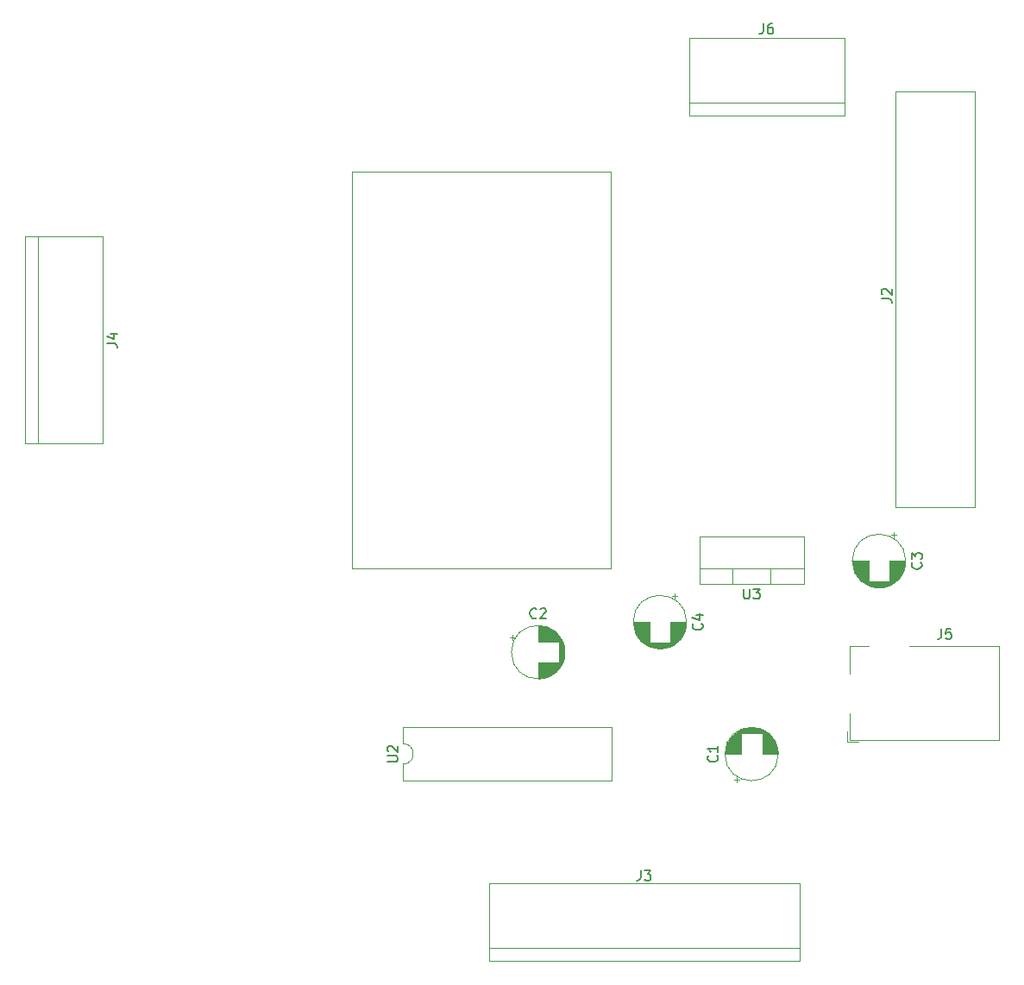
<source format=gbr>
%TF.GenerationSoftware,KiCad,Pcbnew,8.0.8*%
%TF.CreationDate,2025-03-03T11:51:37-05:00*%
%TF.ProjectId,PCB Andres Ortiz,50434220-416e-4647-9265-73204f727469,rev?*%
%TF.SameCoordinates,Original*%
%TF.FileFunction,Legend,Top*%
%TF.FilePolarity,Positive*%
%FSLAX46Y46*%
G04 Gerber Fmt 4.6, Leading zero omitted, Abs format (unit mm)*
G04 Created by KiCad (PCBNEW 8.0.8) date 2025-03-03 11:51:37*
%MOMM*%
%LPD*%
G01*
G04 APERTURE LIST*
%ADD10C,0.150000*%
%ADD11C,0.120000*%
G04 APERTURE END LIST*
D10*
X175136666Y-42804819D02*
X175136666Y-43519104D01*
X175136666Y-43519104D02*
X175089047Y-43661961D01*
X175089047Y-43661961D02*
X174993809Y-43757200D01*
X174993809Y-43757200D02*
X174850952Y-43804819D01*
X174850952Y-43804819D02*
X174755714Y-43804819D01*
X176041428Y-42804819D02*
X175850952Y-42804819D01*
X175850952Y-42804819D02*
X175755714Y-42852438D01*
X175755714Y-42852438D02*
X175708095Y-42900057D01*
X175708095Y-42900057D02*
X175612857Y-43042914D01*
X175612857Y-43042914D02*
X175565238Y-43233390D01*
X175565238Y-43233390D02*
X175565238Y-43614342D01*
X175565238Y-43614342D02*
X175612857Y-43709580D01*
X175612857Y-43709580D02*
X175660476Y-43757200D01*
X175660476Y-43757200D02*
X175755714Y-43804819D01*
X175755714Y-43804819D02*
X175946190Y-43804819D01*
X175946190Y-43804819D02*
X176041428Y-43757200D01*
X176041428Y-43757200D02*
X176089047Y-43709580D01*
X176089047Y-43709580D02*
X176136666Y-43614342D01*
X176136666Y-43614342D02*
X176136666Y-43376247D01*
X176136666Y-43376247D02*
X176089047Y-43281009D01*
X176089047Y-43281009D02*
X176041428Y-43233390D01*
X176041428Y-43233390D02*
X175946190Y-43185771D01*
X175946190Y-43185771D02*
X175755714Y-43185771D01*
X175755714Y-43185771D02*
X175660476Y-43233390D01*
X175660476Y-43233390D02*
X175612857Y-43281009D01*
X175612857Y-43281009D02*
X175565238Y-43376247D01*
X192616666Y-102204819D02*
X192616666Y-102919104D01*
X192616666Y-102919104D02*
X192569047Y-103061961D01*
X192569047Y-103061961D02*
X192473809Y-103157200D01*
X192473809Y-103157200D02*
X192330952Y-103204819D01*
X192330952Y-103204819D02*
X192235714Y-103204819D01*
X193569047Y-102204819D02*
X193092857Y-102204819D01*
X193092857Y-102204819D02*
X193045238Y-102681009D01*
X193045238Y-102681009D02*
X193092857Y-102633390D01*
X193092857Y-102633390D02*
X193188095Y-102585771D01*
X193188095Y-102585771D02*
X193426190Y-102585771D01*
X193426190Y-102585771D02*
X193521428Y-102633390D01*
X193521428Y-102633390D02*
X193569047Y-102681009D01*
X193569047Y-102681009D02*
X193616666Y-102776247D01*
X193616666Y-102776247D02*
X193616666Y-103014342D01*
X193616666Y-103014342D02*
X193569047Y-103109580D01*
X193569047Y-103109580D02*
X193521428Y-103157200D01*
X193521428Y-103157200D02*
X193426190Y-103204819D01*
X193426190Y-103204819D02*
X193188095Y-103204819D01*
X193188095Y-103204819D02*
X193092857Y-103157200D01*
X193092857Y-103157200D02*
X193045238Y-103109580D01*
X186754819Y-69813333D02*
X187469104Y-69813333D01*
X187469104Y-69813333D02*
X187611961Y-69860952D01*
X187611961Y-69860952D02*
X187707200Y-69956190D01*
X187707200Y-69956190D02*
X187754819Y-70099047D01*
X187754819Y-70099047D02*
X187754819Y-70194285D01*
X186850057Y-69384761D02*
X186802438Y-69337142D01*
X186802438Y-69337142D02*
X186754819Y-69241904D01*
X186754819Y-69241904D02*
X186754819Y-69003809D01*
X186754819Y-69003809D02*
X186802438Y-68908571D01*
X186802438Y-68908571D02*
X186850057Y-68860952D01*
X186850057Y-68860952D02*
X186945295Y-68813333D01*
X186945295Y-68813333D02*
X187040533Y-68813333D01*
X187040533Y-68813333D02*
X187183390Y-68860952D01*
X187183390Y-68860952D02*
X187754819Y-69432380D01*
X187754819Y-69432380D02*
X187754819Y-68813333D01*
X169109580Y-101711554D02*
X169157200Y-101759173D01*
X169157200Y-101759173D02*
X169204819Y-101902030D01*
X169204819Y-101902030D02*
X169204819Y-101997268D01*
X169204819Y-101997268D02*
X169157200Y-102140125D01*
X169157200Y-102140125D02*
X169061961Y-102235363D01*
X169061961Y-102235363D02*
X168966723Y-102282982D01*
X168966723Y-102282982D02*
X168776247Y-102330601D01*
X168776247Y-102330601D02*
X168633390Y-102330601D01*
X168633390Y-102330601D02*
X168442914Y-102282982D01*
X168442914Y-102282982D02*
X168347676Y-102235363D01*
X168347676Y-102235363D02*
X168252438Y-102140125D01*
X168252438Y-102140125D02*
X168204819Y-101997268D01*
X168204819Y-101997268D02*
X168204819Y-101902030D01*
X168204819Y-101902030D02*
X168252438Y-101759173D01*
X168252438Y-101759173D02*
X168300057Y-101711554D01*
X168538152Y-100854411D02*
X169204819Y-100854411D01*
X168157200Y-101092506D02*
X168871485Y-101330601D01*
X168871485Y-101330601D02*
X168871485Y-100711554D01*
X110754819Y-74193333D02*
X111469104Y-74193333D01*
X111469104Y-74193333D02*
X111611961Y-74240952D01*
X111611961Y-74240952D02*
X111707200Y-74336190D01*
X111707200Y-74336190D02*
X111754819Y-74479047D01*
X111754819Y-74479047D02*
X111754819Y-74574285D01*
X111088152Y-73288571D02*
X111754819Y-73288571D01*
X110707200Y-73526666D02*
X111421485Y-73764761D01*
X111421485Y-73764761D02*
X111421485Y-73145714D01*
X170609580Y-114666666D02*
X170657200Y-114714285D01*
X170657200Y-114714285D02*
X170704819Y-114857142D01*
X170704819Y-114857142D02*
X170704819Y-114952380D01*
X170704819Y-114952380D02*
X170657200Y-115095237D01*
X170657200Y-115095237D02*
X170561961Y-115190475D01*
X170561961Y-115190475D02*
X170466723Y-115238094D01*
X170466723Y-115238094D02*
X170276247Y-115285713D01*
X170276247Y-115285713D02*
X170133390Y-115285713D01*
X170133390Y-115285713D02*
X169942914Y-115238094D01*
X169942914Y-115238094D02*
X169847676Y-115190475D01*
X169847676Y-115190475D02*
X169752438Y-115095237D01*
X169752438Y-115095237D02*
X169704819Y-114952380D01*
X169704819Y-114952380D02*
X169704819Y-114857142D01*
X169704819Y-114857142D02*
X169752438Y-114714285D01*
X169752438Y-114714285D02*
X169800057Y-114666666D01*
X170704819Y-113714285D02*
X170704819Y-114285713D01*
X170704819Y-113999999D02*
X169704819Y-113999999D01*
X169704819Y-113999999D02*
X169847676Y-114095237D01*
X169847676Y-114095237D02*
X169942914Y-114190475D01*
X169942914Y-114190475D02*
X169990533Y-114285713D01*
X152878221Y-101109580D02*
X152830602Y-101157200D01*
X152830602Y-101157200D02*
X152687745Y-101204819D01*
X152687745Y-101204819D02*
X152592507Y-101204819D01*
X152592507Y-101204819D02*
X152449650Y-101157200D01*
X152449650Y-101157200D02*
X152354412Y-101061961D01*
X152354412Y-101061961D02*
X152306793Y-100966723D01*
X152306793Y-100966723D02*
X152259174Y-100776247D01*
X152259174Y-100776247D02*
X152259174Y-100633390D01*
X152259174Y-100633390D02*
X152306793Y-100442914D01*
X152306793Y-100442914D02*
X152354412Y-100347676D01*
X152354412Y-100347676D02*
X152449650Y-100252438D01*
X152449650Y-100252438D02*
X152592507Y-100204819D01*
X152592507Y-100204819D02*
X152687745Y-100204819D01*
X152687745Y-100204819D02*
X152830602Y-100252438D01*
X152830602Y-100252438D02*
X152878221Y-100300057D01*
X153259174Y-100300057D02*
X153306793Y-100252438D01*
X153306793Y-100252438D02*
X153402031Y-100204819D01*
X153402031Y-100204819D02*
X153640126Y-100204819D01*
X153640126Y-100204819D02*
X153735364Y-100252438D01*
X153735364Y-100252438D02*
X153782983Y-100300057D01*
X153782983Y-100300057D02*
X153830602Y-100395295D01*
X153830602Y-100395295D02*
X153830602Y-100490533D01*
X153830602Y-100490533D02*
X153782983Y-100633390D01*
X153782983Y-100633390D02*
X153211555Y-101204819D01*
X153211555Y-101204819D02*
X153830602Y-101204819D01*
X163116666Y-125904819D02*
X163116666Y-126619104D01*
X163116666Y-126619104D02*
X163069047Y-126761961D01*
X163069047Y-126761961D02*
X162973809Y-126857200D01*
X162973809Y-126857200D02*
X162830952Y-126904819D01*
X162830952Y-126904819D02*
X162735714Y-126904819D01*
X163497619Y-125904819D02*
X164116666Y-125904819D01*
X164116666Y-125904819D02*
X163783333Y-126285771D01*
X163783333Y-126285771D02*
X163926190Y-126285771D01*
X163926190Y-126285771D02*
X164021428Y-126333390D01*
X164021428Y-126333390D02*
X164069047Y-126381009D01*
X164069047Y-126381009D02*
X164116666Y-126476247D01*
X164116666Y-126476247D02*
X164116666Y-126714342D01*
X164116666Y-126714342D02*
X164069047Y-126809580D01*
X164069047Y-126809580D02*
X164021428Y-126857200D01*
X164021428Y-126857200D02*
X163926190Y-126904819D01*
X163926190Y-126904819D02*
X163640476Y-126904819D01*
X163640476Y-126904819D02*
X163545238Y-126857200D01*
X163545238Y-126857200D02*
X163497619Y-126809580D01*
X190609580Y-95711554D02*
X190657200Y-95759173D01*
X190657200Y-95759173D02*
X190704819Y-95902030D01*
X190704819Y-95902030D02*
X190704819Y-95997268D01*
X190704819Y-95997268D02*
X190657200Y-96140125D01*
X190657200Y-96140125D02*
X190561961Y-96235363D01*
X190561961Y-96235363D02*
X190466723Y-96282982D01*
X190466723Y-96282982D02*
X190276247Y-96330601D01*
X190276247Y-96330601D02*
X190133390Y-96330601D01*
X190133390Y-96330601D02*
X189942914Y-96282982D01*
X189942914Y-96282982D02*
X189847676Y-96235363D01*
X189847676Y-96235363D02*
X189752438Y-96140125D01*
X189752438Y-96140125D02*
X189704819Y-95997268D01*
X189704819Y-95997268D02*
X189704819Y-95902030D01*
X189704819Y-95902030D02*
X189752438Y-95759173D01*
X189752438Y-95759173D02*
X189800057Y-95711554D01*
X189704819Y-95378220D02*
X189704819Y-94759173D01*
X189704819Y-94759173D02*
X190085771Y-95092506D01*
X190085771Y-95092506D02*
X190085771Y-94949649D01*
X190085771Y-94949649D02*
X190133390Y-94854411D01*
X190133390Y-94854411D02*
X190181009Y-94806792D01*
X190181009Y-94806792D02*
X190276247Y-94759173D01*
X190276247Y-94759173D02*
X190514342Y-94759173D01*
X190514342Y-94759173D02*
X190609580Y-94806792D01*
X190609580Y-94806792D02*
X190657200Y-94854411D01*
X190657200Y-94854411D02*
X190704819Y-94949649D01*
X190704819Y-94949649D02*
X190704819Y-95235363D01*
X190704819Y-95235363D02*
X190657200Y-95330601D01*
X190657200Y-95330601D02*
X190609580Y-95378220D01*
X138249819Y-115251904D02*
X139059342Y-115251904D01*
X139059342Y-115251904D02*
X139154580Y-115204285D01*
X139154580Y-115204285D02*
X139202200Y-115156666D01*
X139202200Y-115156666D02*
X139249819Y-115061428D01*
X139249819Y-115061428D02*
X139249819Y-114870952D01*
X139249819Y-114870952D02*
X139202200Y-114775714D01*
X139202200Y-114775714D02*
X139154580Y-114728095D01*
X139154580Y-114728095D02*
X139059342Y-114680476D01*
X139059342Y-114680476D02*
X138249819Y-114680476D01*
X138345057Y-114251904D02*
X138297438Y-114204285D01*
X138297438Y-114204285D02*
X138249819Y-114109047D01*
X138249819Y-114109047D02*
X138249819Y-113870952D01*
X138249819Y-113870952D02*
X138297438Y-113775714D01*
X138297438Y-113775714D02*
X138345057Y-113728095D01*
X138345057Y-113728095D02*
X138440295Y-113680476D01*
X138440295Y-113680476D02*
X138535533Y-113680476D01*
X138535533Y-113680476D02*
X138678390Y-113728095D01*
X138678390Y-113728095D02*
X139249819Y-114299523D01*
X139249819Y-114299523D02*
X139249819Y-113680476D01*
X173238095Y-98279819D02*
X173238095Y-99089342D01*
X173238095Y-99089342D02*
X173285714Y-99184580D01*
X173285714Y-99184580D02*
X173333333Y-99232200D01*
X173333333Y-99232200D02*
X173428571Y-99279819D01*
X173428571Y-99279819D02*
X173619047Y-99279819D01*
X173619047Y-99279819D02*
X173714285Y-99232200D01*
X173714285Y-99232200D02*
X173761904Y-99184580D01*
X173761904Y-99184580D02*
X173809523Y-99089342D01*
X173809523Y-99089342D02*
X173809523Y-98279819D01*
X174190476Y-98279819D02*
X174809523Y-98279819D01*
X174809523Y-98279819D02*
X174476190Y-98660771D01*
X174476190Y-98660771D02*
X174619047Y-98660771D01*
X174619047Y-98660771D02*
X174714285Y-98708390D01*
X174714285Y-98708390D02*
X174761904Y-98756009D01*
X174761904Y-98756009D02*
X174809523Y-98851247D01*
X174809523Y-98851247D02*
X174809523Y-99089342D01*
X174809523Y-99089342D02*
X174761904Y-99184580D01*
X174761904Y-99184580D02*
X174714285Y-99232200D01*
X174714285Y-99232200D02*
X174619047Y-99279819D01*
X174619047Y-99279819D02*
X174333333Y-99279819D01*
X174333333Y-99279819D02*
X174238095Y-99232200D01*
X174238095Y-99232200D02*
X174190476Y-99184580D01*
D11*
%TO.C,J6*%
X167880000Y-44190000D02*
X183120000Y-44190000D01*
X167880000Y-50540000D02*
X183120000Y-50540000D01*
X167880000Y-51810000D02*
X167880000Y-44190000D01*
X167880000Y-51810000D02*
X183120000Y-51810000D01*
X183120000Y-51810000D02*
X183120000Y-44190000D01*
%TO.C,J5*%
X183400000Y-112250000D02*
X183400000Y-113300000D01*
X183600000Y-103900000D02*
X185500000Y-103900000D01*
X183600000Y-106600000D02*
X183600000Y-103900000D01*
X183600000Y-113100000D02*
X183600000Y-110500000D01*
X184450000Y-113300000D02*
X183400000Y-113300000D01*
X189500000Y-103900000D02*
X198300000Y-103900000D01*
X198300000Y-103900000D02*
X198300000Y-113100000D01*
X198300000Y-113100000D02*
X183600000Y-113100000D01*
%TO.C,J2*%
X188110000Y-90300000D02*
X195890000Y-90300000D01*
X195890000Y-49460000D01*
X188110000Y-49460000D01*
X188110000Y-90300000D01*
%TO.C,C4*%
X163960000Y-101544888D02*
X162420000Y-101544888D01*
X163960000Y-101584888D02*
X162420000Y-101584888D01*
X163960000Y-101624888D02*
X162421000Y-101624888D01*
X163960000Y-101664888D02*
X162422000Y-101664888D01*
X163960000Y-101704888D02*
X162424000Y-101704888D01*
X163960000Y-101744888D02*
X162427000Y-101744888D01*
X163960000Y-101784888D02*
X162431000Y-101784888D01*
X163960000Y-101824888D02*
X162435000Y-101824888D01*
X163960000Y-101864888D02*
X162439000Y-101864888D01*
X163960000Y-101904888D02*
X162444000Y-101904888D01*
X163960000Y-101944888D02*
X162450000Y-101944888D01*
X163960000Y-101984888D02*
X162457000Y-101984888D01*
X163960000Y-102024888D02*
X162464000Y-102024888D01*
X163960000Y-102064888D02*
X162472000Y-102064888D01*
X163960000Y-102104888D02*
X162480000Y-102104888D01*
X163960000Y-102144888D02*
X162489000Y-102144888D01*
X163960000Y-102184888D02*
X162499000Y-102184888D01*
X163960000Y-102224888D02*
X162509000Y-102224888D01*
X163960000Y-102265888D02*
X162520000Y-102265888D01*
X163960000Y-102305888D02*
X162532000Y-102305888D01*
X163960000Y-102345888D02*
X162545000Y-102345888D01*
X163960000Y-102385888D02*
X162558000Y-102385888D01*
X163960000Y-102425888D02*
X162572000Y-102425888D01*
X163960000Y-102465888D02*
X162586000Y-102465888D01*
X163960000Y-102505888D02*
X162602000Y-102505888D01*
X163960000Y-102545888D02*
X162618000Y-102545888D01*
X163960000Y-102585888D02*
X162635000Y-102585888D01*
X163960000Y-102625888D02*
X162652000Y-102625888D01*
X163960000Y-102665888D02*
X162671000Y-102665888D01*
X163960000Y-102705888D02*
X162690000Y-102705888D01*
X163960000Y-102745888D02*
X162710000Y-102745888D01*
X163960000Y-102785888D02*
X162732000Y-102785888D01*
X163960000Y-102825888D02*
X162753000Y-102825888D01*
X163960000Y-102865888D02*
X162776000Y-102865888D01*
X163960000Y-102905888D02*
X162800000Y-102905888D01*
X163960000Y-102945888D02*
X162825000Y-102945888D01*
X163960000Y-102985888D02*
X162851000Y-102985888D01*
X163960000Y-103025888D02*
X162878000Y-103025888D01*
X163960000Y-103065888D02*
X162905000Y-103065888D01*
X163960000Y-103105888D02*
X162935000Y-103105888D01*
X163960000Y-103145888D02*
X162965000Y-103145888D01*
X163960000Y-103185888D02*
X162996000Y-103185888D01*
X163960000Y-103225888D02*
X163029000Y-103225888D01*
X163960000Y-103265888D02*
X163063000Y-103265888D01*
X163960000Y-103305888D02*
X163099000Y-103305888D01*
X163960000Y-103345888D02*
X163136000Y-103345888D01*
X163960000Y-103385888D02*
X163174000Y-103385888D01*
X163960000Y-103425888D02*
X163215000Y-103425888D01*
X163960000Y-103465888D02*
X163257000Y-103465888D01*
X163960000Y-103505888D02*
X163301000Y-103505888D01*
X163960000Y-103545888D02*
X163347000Y-103545888D01*
X165284000Y-104145888D02*
X164716000Y-104145888D01*
X165518000Y-104105888D02*
X164482000Y-104105888D01*
X165677000Y-104065888D02*
X164323000Y-104065888D01*
X165805000Y-104025888D02*
X164195000Y-104025888D01*
X165915000Y-103985888D02*
X164085000Y-103985888D01*
X166011000Y-103945888D02*
X163989000Y-103945888D01*
X166098000Y-103905888D02*
X163902000Y-103905888D01*
X166178000Y-103865888D02*
X163822000Y-103865888D01*
X166251000Y-103825888D02*
X163749000Y-103825888D01*
X166319000Y-103785888D02*
X163681000Y-103785888D01*
X166383000Y-103745888D02*
X163617000Y-103745888D01*
X166443000Y-103705888D02*
X163557000Y-103705888D01*
X166475000Y-98740113D02*
X166475000Y-99240113D01*
X166500000Y-103665888D02*
X163500000Y-103665888D01*
X166554000Y-103625888D02*
X163446000Y-103625888D01*
X166605000Y-103585888D02*
X163395000Y-103585888D01*
X166653000Y-103545888D02*
X166040000Y-103545888D01*
X166699000Y-103505888D02*
X166040000Y-103505888D01*
X166725000Y-98990113D02*
X166225000Y-98990113D01*
X166743000Y-103465888D02*
X166040000Y-103465888D01*
X166785000Y-103425888D02*
X166040000Y-103425888D01*
X166826000Y-103385888D02*
X166040000Y-103385888D01*
X166864000Y-103345888D02*
X166040000Y-103345888D01*
X166901000Y-103305888D02*
X166040000Y-103305888D01*
X166937000Y-103265888D02*
X166040000Y-103265888D01*
X166971000Y-103225888D02*
X166040000Y-103225888D01*
X167004000Y-103185888D02*
X166040000Y-103185888D01*
X167035000Y-103145888D02*
X166040000Y-103145888D01*
X167065000Y-103105888D02*
X166040000Y-103105888D01*
X167095000Y-103065888D02*
X166040000Y-103065888D01*
X167122000Y-103025888D02*
X166040000Y-103025888D01*
X167149000Y-102985888D02*
X166040000Y-102985888D01*
X167175000Y-102945888D02*
X166040000Y-102945888D01*
X167200000Y-102905888D02*
X166040000Y-102905888D01*
X167224000Y-102865888D02*
X166040000Y-102865888D01*
X167247000Y-102825888D02*
X166040000Y-102825888D01*
X167268000Y-102785888D02*
X166040000Y-102785888D01*
X167290000Y-102745888D02*
X166040000Y-102745888D01*
X167310000Y-102705888D02*
X166040000Y-102705888D01*
X167329000Y-102665888D02*
X166040000Y-102665888D01*
X167348000Y-102625888D02*
X166040000Y-102625888D01*
X167365000Y-102585888D02*
X166040000Y-102585888D01*
X167382000Y-102545888D02*
X166040000Y-102545888D01*
X167398000Y-102505888D02*
X166040000Y-102505888D01*
X167414000Y-102465888D02*
X166040000Y-102465888D01*
X167428000Y-102425888D02*
X166040000Y-102425888D01*
X167442000Y-102385888D02*
X166040000Y-102385888D01*
X167455000Y-102345888D02*
X166040000Y-102345888D01*
X167468000Y-102305888D02*
X166040000Y-102305888D01*
X167480000Y-102265888D02*
X166040000Y-102265888D01*
X167491000Y-102224888D02*
X166040000Y-102224888D01*
X167501000Y-102184888D02*
X166040000Y-102184888D01*
X167511000Y-102144888D02*
X166040000Y-102144888D01*
X167520000Y-102104888D02*
X166040000Y-102104888D01*
X167528000Y-102064888D02*
X166040000Y-102064888D01*
X167536000Y-102024888D02*
X166040000Y-102024888D01*
X167543000Y-101984888D02*
X166040000Y-101984888D01*
X167550000Y-101944888D02*
X166040000Y-101944888D01*
X167556000Y-101904888D02*
X166040000Y-101904888D01*
X167561000Y-101864888D02*
X166040000Y-101864888D01*
X167565000Y-101824888D02*
X166040000Y-101824888D01*
X167569000Y-101784888D02*
X166040000Y-101784888D01*
X167573000Y-101744888D02*
X166040000Y-101744888D01*
X167576000Y-101704888D02*
X166040000Y-101704888D01*
X167578000Y-101664888D02*
X166040000Y-101664888D01*
X167579000Y-101624888D02*
X166040000Y-101624888D01*
X167580000Y-101544888D02*
X166040000Y-101544888D01*
X167580000Y-101584888D02*
X166040000Y-101584888D01*
X167620000Y-101544888D02*
G75*
G02*
X162380000Y-101544888I-2620000J0D01*
G01*
X162380000Y-101544888D02*
G75*
G02*
X167620000Y-101544888I2620000J0D01*
G01*
%TO.C,J4*%
X102690000Y-63720000D02*
X102690000Y-84040000D01*
X102690000Y-84040000D02*
X110310000Y-84040000D01*
X103960000Y-84040000D02*
X103960000Y-63720000D01*
X110310000Y-63720000D02*
X102690000Y-63720000D01*
X110310000Y-63720000D02*
X110310000Y-84040000D01*
%TO.C,C1*%
X171420000Y-114460000D02*
X172960000Y-114460000D01*
X171420000Y-114500000D02*
X172960000Y-114500000D01*
X171421000Y-114420000D02*
X172960000Y-114420000D01*
X171422000Y-114380000D02*
X172960000Y-114380000D01*
X171424000Y-114340000D02*
X172960000Y-114340000D01*
X171427000Y-114300000D02*
X172960000Y-114300000D01*
X171431000Y-114260000D02*
X172960000Y-114260000D01*
X171435000Y-114220000D02*
X172960000Y-114220000D01*
X171439000Y-114180000D02*
X172960000Y-114180000D01*
X171444000Y-114140000D02*
X172960000Y-114140000D01*
X171450000Y-114100000D02*
X172960000Y-114100000D01*
X171457000Y-114060000D02*
X172960000Y-114060000D01*
X171464000Y-114020000D02*
X172960000Y-114020000D01*
X171472000Y-113980000D02*
X172960000Y-113980000D01*
X171480000Y-113940000D02*
X172960000Y-113940000D01*
X171489000Y-113900000D02*
X172960000Y-113900000D01*
X171499000Y-113860000D02*
X172960000Y-113860000D01*
X171509000Y-113820000D02*
X172960000Y-113820000D01*
X171520000Y-113779000D02*
X172960000Y-113779000D01*
X171532000Y-113739000D02*
X172960000Y-113739000D01*
X171545000Y-113699000D02*
X172960000Y-113699000D01*
X171558000Y-113659000D02*
X172960000Y-113659000D01*
X171572000Y-113619000D02*
X172960000Y-113619000D01*
X171586000Y-113579000D02*
X172960000Y-113579000D01*
X171602000Y-113539000D02*
X172960000Y-113539000D01*
X171618000Y-113499000D02*
X172960000Y-113499000D01*
X171635000Y-113459000D02*
X172960000Y-113459000D01*
X171652000Y-113419000D02*
X172960000Y-113419000D01*
X171671000Y-113379000D02*
X172960000Y-113379000D01*
X171690000Y-113339000D02*
X172960000Y-113339000D01*
X171710000Y-113299000D02*
X172960000Y-113299000D01*
X171732000Y-113259000D02*
X172960000Y-113259000D01*
X171753000Y-113219000D02*
X172960000Y-113219000D01*
X171776000Y-113179000D02*
X172960000Y-113179000D01*
X171800000Y-113139000D02*
X172960000Y-113139000D01*
X171825000Y-113099000D02*
X172960000Y-113099000D01*
X171851000Y-113059000D02*
X172960000Y-113059000D01*
X171878000Y-113019000D02*
X172960000Y-113019000D01*
X171905000Y-112979000D02*
X172960000Y-112979000D01*
X171935000Y-112939000D02*
X172960000Y-112939000D01*
X171965000Y-112899000D02*
X172960000Y-112899000D01*
X171996000Y-112859000D02*
X172960000Y-112859000D01*
X172029000Y-112819000D02*
X172960000Y-112819000D01*
X172063000Y-112779000D02*
X172960000Y-112779000D01*
X172099000Y-112739000D02*
X172960000Y-112739000D01*
X172136000Y-112699000D02*
X172960000Y-112699000D01*
X172174000Y-112659000D02*
X172960000Y-112659000D01*
X172215000Y-112619000D02*
X172960000Y-112619000D01*
X172257000Y-112579000D02*
X172960000Y-112579000D01*
X172275000Y-117054775D02*
X172775000Y-117054775D01*
X172301000Y-112539000D02*
X172960000Y-112539000D01*
X172347000Y-112499000D02*
X172960000Y-112499000D01*
X172395000Y-112459000D02*
X175605000Y-112459000D01*
X172446000Y-112419000D02*
X175554000Y-112419000D01*
X172500000Y-112379000D02*
X175500000Y-112379000D01*
X172525000Y-117304775D02*
X172525000Y-116804775D01*
X172557000Y-112339000D02*
X175443000Y-112339000D01*
X172617000Y-112299000D02*
X175383000Y-112299000D01*
X172681000Y-112259000D02*
X175319000Y-112259000D01*
X172749000Y-112219000D02*
X175251000Y-112219000D01*
X172822000Y-112179000D02*
X175178000Y-112179000D01*
X172902000Y-112139000D02*
X175098000Y-112139000D01*
X172989000Y-112099000D02*
X175011000Y-112099000D01*
X173085000Y-112059000D02*
X174915000Y-112059000D01*
X173195000Y-112019000D02*
X174805000Y-112019000D01*
X173323000Y-111979000D02*
X174677000Y-111979000D01*
X173482000Y-111939000D02*
X174518000Y-111939000D01*
X173716000Y-111899000D02*
X174284000Y-111899000D01*
X175040000Y-112499000D02*
X175653000Y-112499000D01*
X175040000Y-112539000D02*
X175699000Y-112539000D01*
X175040000Y-112579000D02*
X175743000Y-112579000D01*
X175040000Y-112619000D02*
X175785000Y-112619000D01*
X175040000Y-112659000D02*
X175826000Y-112659000D01*
X175040000Y-112699000D02*
X175864000Y-112699000D01*
X175040000Y-112739000D02*
X175901000Y-112739000D01*
X175040000Y-112779000D02*
X175937000Y-112779000D01*
X175040000Y-112819000D02*
X175971000Y-112819000D01*
X175040000Y-112859000D02*
X176004000Y-112859000D01*
X175040000Y-112899000D02*
X176035000Y-112899000D01*
X175040000Y-112939000D02*
X176065000Y-112939000D01*
X175040000Y-112979000D02*
X176095000Y-112979000D01*
X175040000Y-113019000D02*
X176122000Y-113019000D01*
X175040000Y-113059000D02*
X176149000Y-113059000D01*
X175040000Y-113099000D02*
X176175000Y-113099000D01*
X175040000Y-113139000D02*
X176200000Y-113139000D01*
X175040000Y-113179000D02*
X176224000Y-113179000D01*
X175040000Y-113219000D02*
X176247000Y-113219000D01*
X175040000Y-113259000D02*
X176268000Y-113259000D01*
X175040000Y-113299000D02*
X176290000Y-113299000D01*
X175040000Y-113339000D02*
X176310000Y-113339000D01*
X175040000Y-113379000D02*
X176329000Y-113379000D01*
X175040000Y-113419000D02*
X176348000Y-113419000D01*
X175040000Y-113459000D02*
X176365000Y-113459000D01*
X175040000Y-113499000D02*
X176382000Y-113499000D01*
X175040000Y-113539000D02*
X176398000Y-113539000D01*
X175040000Y-113579000D02*
X176414000Y-113579000D01*
X175040000Y-113619000D02*
X176428000Y-113619000D01*
X175040000Y-113659000D02*
X176442000Y-113659000D01*
X175040000Y-113699000D02*
X176455000Y-113699000D01*
X175040000Y-113739000D02*
X176468000Y-113739000D01*
X175040000Y-113779000D02*
X176480000Y-113779000D01*
X175040000Y-113820000D02*
X176491000Y-113820000D01*
X175040000Y-113860000D02*
X176501000Y-113860000D01*
X175040000Y-113900000D02*
X176511000Y-113900000D01*
X175040000Y-113940000D02*
X176520000Y-113940000D01*
X175040000Y-113980000D02*
X176528000Y-113980000D01*
X175040000Y-114020000D02*
X176536000Y-114020000D01*
X175040000Y-114060000D02*
X176543000Y-114060000D01*
X175040000Y-114100000D02*
X176550000Y-114100000D01*
X175040000Y-114140000D02*
X176556000Y-114140000D01*
X175040000Y-114180000D02*
X176561000Y-114180000D01*
X175040000Y-114220000D02*
X176565000Y-114220000D01*
X175040000Y-114260000D02*
X176569000Y-114260000D01*
X175040000Y-114300000D02*
X176573000Y-114300000D01*
X175040000Y-114340000D02*
X176576000Y-114340000D01*
X175040000Y-114380000D02*
X176578000Y-114380000D01*
X175040000Y-114420000D02*
X176579000Y-114420000D01*
X175040000Y-114460000D02*
X176580000Y-114460000D01*
X175040000Y-114500000D02*
X176580000Y-114500000D01*
X176620000Y-114500000D02*
G75*
G02*
X171380000Y-114500000I-2620000J0D01*
G01*
X171380000Y-114500000D02*
G75*
G02*
X176620000Y-114500000I2620000J0D01*
G01*
%TO.C,C2*%
X150240113Y-103025000D02*
X150740113Y-103025000D01*
X150490113Y-102775000D02*
X150490113Y-103275000D01*
X153044888Y-101920000D02*
X153044888Y-103460000D01*
X153044888Y-105540000D02*
X153044888Y-107080000D01*
X153084888Y-101920000D02*
X153084888Y-103460000D01*
X153084888Y-105540000D02*
X153084888Y-107080000D01*
X153124888Y-101921000D02*
X153124888Y-103460000D01*
X153124888Y-105540000D02*
X153124888Y-107079000D01*
X153164888Y-101922000D02*
X153164888Y-103460000D01*
X153164888Y-105540000D02*
X153164888Y-107078000D01*
X153204888Y-101924000D02*
X153204888Y-103460000D01*
X153204888Y-105540000D02*
X153204888Y-107076000D01*
X153244888Y-101927000D02*
X153244888Y-103460000D01*
X153244888Y-105540000D02*
X153244888Y-107073000D01*
X153284888Y-101931000D02*
X153284888Y-103460000D01*
X153284888Y-105540000D02*
X153284888Y-107069000D01*
X153324888Y-101935000D02*
X153324888Y-103460000D01*
X153324888Y-105540000D02*
X153324888Y-107065000D01*
X153364888Y-101939000D02*
X153364888Y-103460000D01*
X153364888Y-105540000D02*
X153364888Y-107061000D01*
X153404888Y-101944000D02*
X153404888Y-103460000D01*
X153404888Y-105540000D02*
X153404888Y-107056000D01*
X153444888Y-101950000D02*
X153444888Y-103460000D01*
X153444888Y-105540000D02*
X153444888Y-107050000D01*
X153484888Y-101957000D02*
X153484888Y-103460000D01*
X153484888Y-105540000D02*
X153484888Y-107043000D01*
X153524888Y-101964000D02*
X153524888Y-103460000D01*
X153524888Y-105540000D02*
X153524888Y-107036000D01*
X153564888Y-101972000D02*
X153564888Y-103460000D01*
X153564888Y-105540000D02*
X153564888Y-107028000D01*
X153604888Y-101980000D02*
X153604888Y-103460000D01*
X153604888Y-105540000D02*
X153604888Y-107020000D01*
X153644888Y-101989000D02*
X153644888Y-103460000D01*
X153644888Y-105540000D02*
X153644888Y-107011000D01*
X153684888Y-101999000D02*
X153684888Y-103460000D01*
X153684888Y-105540000D02*
X153684888Y-107001000D01*
X153724888Y-102009000D02*
X153724888Y-103460000D01*
X153724888Y-105540000D02*
X153724888Y-106991000D01*
X153765888Y-102020000D02*
X153765888Y-103460000D01*
X153765888Y-105540000D02*
X153765888Y-106980000D01*
X153805888Y-102032000D02*
X153805888Y-103460000D01*
X153805888Y-105540000D02*
X153805888Y-106968000D01*
X153845888Y-102045000D02*
X153845888Y-103460000D01*
X153845888Y-105540000D02*
X153845888Y-106955000D01*
X153885888Y-102058000D02*
X153885888Y-103460000D01*
X153885888Y-105540000D02*
X153885888Y-106942000D01*
X153925888Y-102072000D02*
X153925888Y-103460000D01*
X153925888Y-105540000D02*
X153925888Y-106928000D01*
X153965888Y-102086000D02*
X153965888Y-103460000D01*
X153965888Y-105540000D02*
X153965888Y-106914000D01*
X154005888Y-102102000D02*
X154005888Y-103460000D01*
X154005888Y-105540000D02*
X154005888Y-106898000D01*
X154045888Y-102118000D02*
X154045888Y-103460000D01*
X154045888Y-105540000D02*
X154045888Y-106882000D01*
X154085888Y-102135000D02*
X154085888Y-103460000D01*
X154085888Y-105540000D02*
X154085888Y-106865000D01*
X154125888Y-102152000D02*
X154125888Y-103460000D01*
X154125888Y-105540000D02*
X154125888Y-106848000D01*
X154165888Y-102171000D02*
X154165888Y-103460000D01*
X154165888Y-105540000D02*
X154165888Y-106829000D01*
X154205888Y-102190000D02*
X154205888Y-103460000D01*
X154205888Y-105540000D02*
X154205888Y-106810000D01*
X154245888Y-102210000D02*
X154245888Y-103460000D01*
X154245888Y-105540000D02*
X154245888Y-106790000D01*
X154285888Y-102232000D02*
X154285888Y-103460000D01*
X154285888Y-105540000D02*
X154285888Y-106768000D01*
X154325888Y-102253000D02*
X154325888Y-103460000D01*
X154325888Y-105540000D02*
X154325888Y-106747000D01*
X154365888Y-102276000D02*
X154365888Y-103460000D01*
X154365888Y-105540000D02*
X154365888Y-106724000D01*
X154405888Y-102300000D02*
X154405888Y-103460000D01*
X154405888Y-105540000D02*
X154405888Y-106700000D01*
X154445888Y-102325000D02*
X154445888Y-103460000D01*
X154445888Y-105540000D02*
X154445888Y-106675000D01*
X154485888Y-102351000D02*
X154485888Y-103460000D01*
X154485888Y-105540000D02*
X154485888Y-106649000D01*
X154525888Y-102378000D02*
X154525888Y-103460000D01*
X154525888Y-105540000D02*
X154525888Y-106622000D01*
X154565888Y-102405000D02*
X154565888Y-103460000D01*
X154565888Y-105540000D02*
X154565888Y-106595000D01*
X154605888Y-102435000D02*
X154605888Y-103460000D01*
X154605888Y-105540000D02*
X154605888Y-106565000D01*
X154645888Y-102465000D02*
X154645888Y-103460000D01*
X154645888Y-105540000D02*
X154645888Y-106535000D01*
X154685888Y-102496000D02*
X154685888Y-103460000D01*
X154685888Y-105540000D02*
X154685888Y-106504000D01*
X154725888Y-102529000D02*
X154725888Y-103460000D01*
X154725888Y-105540000D02*
X154725888Y-106471000D01*
X154765888Y-102563000D02*
X154765888Y-103460000D01*
X154765888Y-105540000D02*
X154765888Y-106437000D01*
X154805888Y-102599000D02*
X154805888Y-103460000D01*
X154805888Y-105540000D02*
X154805888Y-106401000D01*
X154845888Y-102636000D02*
X154845888Y-103460000D01*
X154845888Y-105540000D02*
X154845888Y-106364000D01*
X154885888Y-102674000D02*
X154885888Y-103460000D01*
X154885888Y-105540000D02*
X154885888Y-106326000D01*
X154925888Y-102715000D02*
X154925888Y-103460000D01*
X154925888Y-105540000D02*
X154925888Y-106285000D01*
X154965888Y-102757000D02*
X154965888Y-103460000D01*
X154965888Y-105540000D02*
X154965888Y-106243000D01*
X155005888Y-102801000D02*
X155005888Y-103460000D01*
X155005888Y-105540000D02*
X155005888Y-106199000D01*
X155045888Y-102847000D02*
X155045888Y-103460000D01*
X155045888Y-105540000D02*
X155045888Y-106153000D01*
X155085888Y-102895000D02*
X155085888Y-106105000D01*
X155125888Y-102946000D02*
X155125888Y-106054000D01*
X155165888Y-103000000D02*
X155165888Y-106000000D01*
X155205888Y-103057000D02*
X155205888Y-105943000D01*
X155245888Y-103117000D02*
X155245888Y-105883000D01*
X155285888Y-103181000D02*
X155285888Y-105819000D01*
X155325888Y-103249000D02*
X155325888Y-105751000D01*
X155365888Y-103322000D02*
X155365888Y-105678000D01*
X155405888Y-103402000D02*
X155405888Y-105598000D01*
X155445888Y-103489000D02*
X155445888Y-105511000D01*
X155485888Y-103585000D02*
X155485888Y-105415000D01*
X155525888Y-103695000D02*
X155525888Y-105305000D01*
X155565888Y-103823000D02*
X155565888Y-105177000D01*
X155605888Y-103982000D02*
X155605888Y-105018000D01*
X155645888Y-104216000D02*
X155645888Y-104784000D01*
X155664888Y-104500000D02*
G75*
G02*
X150424888Y-104500000I-2620000J0D01*
G01*
X150424888Y-104500000D02*
G75*
G02*
X155664888Y-104500000I2620000J0D01*
G01*
%TO.C,U1*%
X134800000Y-57325000D02*
X160200000Y-57325000D01*
X134800000Y-96245000D02*
X134800000Y-57325000D01*
X160200000Y-57325000D02*
X160200000Y-96245000D01*
X160200000Y-96245000D02*
X134800000Y-96245000D01*
%TO.C,J3*%
X148260000Y-127190000D02*
X148260000Y-134810000D01*
X148260000Y-127190000D02*
X178740000Y-127190000D01*
X148260000Y-133540000D02*
X178740000Y-133540000D01*
X148260000Y-134810000D02*
X178740000Y-134810000D01*
X178740000Y-134810000D02*
X178740000Y-127190000D01*
%TO.C,C3*%
X185460000Y-95544888D02*
X183920000Y-95544888D01*
X185460000Y-95584888D02*
X183920000Y-95584888D01*
X185460000Y-95624888D02*
X183921000Y-95624888D01*
X185460000Y-95664888D02*
X183922000Y-95664888D01*
X185460000Y-95704888D02*
X183924000Y-95704888D01*
X185460000Y-95744888D02*
X183927000Y-95744888D01*
X185460000Y-95784888D02*
X183931000Y-95784888D01*
X185460000Y-95824888D02*
X183935000Y-95824888D01*
X185460000Y-95864888D02*
X183939000Y-95864888D01*
X185460000Y-95904888D02*
X183944000Y-95904888D01*
X185460000Y-95944888D02*
X183950000Y-95944888D01*
X185460000Y-95984888D02*
X183957000Y-95984888D01*
X185460000Y-96024888D02*
X183964000Y-96024888D01*
X185460000Y-96064888D02*
X183972000Y-96064888D01*
X185460000Y-96104888D02*
X183980000Y-96104888D01*
X185460000Y-96144888D02*
X183989000Y-96144888D01*
X185460000Y-96184888D02*
X183999000Y-96184888D01*
X185460000Y-96224888D02*
X184009000Y-96224888D01*
X185460000Y-96265888D02*
X184020000Y-96265888D01*
X185460000Y-96305888D02*
X184032000Y-96305888D01*
X185460000Y-96345888D02*
X184045000Y-96345888D01*
X185460000Y-96385888D02*
X184058000Y-96385888D01*
X185460000Y-96425888D02*
X184072000Y-96425888D01*
X185460000Y-96465888D02*
X184086000Y-96465888D01*
X185460000Y-96505888D02*
X184102000Y-96505888D01*
X185460000Y-96545888D02*
X184118000Y-96545888D01*
X185460000Y-96585888D02*
X184135000Y-96585888D01*
X185460000Y-96625888D02*
X184152000Y-96625888D01*
X185460000Y-96665888D02*
X184171000Y-96665888D01*
X185460000Y-96705888D02*
X184190000Y-96705888D01*
X185460000Y-96745888D02*
X184210000Y-96745888D01*
X185460000Y-96785888D02*
X184232000Y-96785888D01*
X185460000Y-96825888D02*
X184253000Y-96825888D01*
X185460000Y-96865888D02*
X184276000Y-96865888D01*
X185460000Y-96905888D02*
X184300000Y-96905888D01*
X185460000Y-96945888D02*
X184325000Y-96945888D01*
X185460000Y-96985888D02*
X184351000Y-96985888D01*
X185460000Y-97025888D02*
X184378000Y-97025888D01*
X185460000Y-97065888D02*
X184405000Y-97065888D01*
X185460000Y-97105888D02*
X184435000Y-97105888D01*
X185460000Y-97145888D02*
X184465000Y-97145888D01*
X185460000Y-97185888D02*
X184496000Y-97185888D01*
X185460000Y-97225888D02*
X184529000Y-97225888D01*
X185460000Y-97265888D02*
X184563000Y-97265888D01*
X185460000Y-97305888D02*
X184599000Y-97305888D01*
X185460000Y-97345888D02*
X184636000Y-97345888D01*
X185460000Y-97385888D02*
X184674000Y-97385888D01*
X185460000Y-97425888D02*
X184715000Y-97425888D01*
X185460000Y-97465888D02*
X184757000Y-97465888D01*
X185460000Y-97505888D02*
X184801000Y-97505888D01*
X185460000Y-97545888D02*
X184847000Y-97545888D01*
X186784000Y-98145888D02*
X186216000Y-98145888D01*
X187018000Y-98105888D02*
X185982000Y-98105888D01*
X187177000Y-98065888D02*
X185823000Y-98065888D01*
X187305000Y-98025888D02*
X185695000Y-98025888D01*
X187415000Y-97985888D02*
X185585000Y-97985888D01*
X187511000Y-97945888D02*
X185489000Y-97945888D01*
X187598000Y-97905888D02*
X185402000Y-97905888D01*
X187678000Y-97865888D02*
X185322000Y-97865888D01*
X187751000Y-97825888D02*
X185249000Y-97825888D01*
X187819000Y-97785888D02*
X185181000Y-97785888D01*
X187883000Y-97745888D02*
X185117000Y-97745888D01*
X187943000Y-97705888D02*
X185057000Y-97705888D01*
X187975000Y-92740113D02*
X187975000Y-93240113D01*
X188000000Y-97665888D02*
X185000000Y-97665888D01*
X188054000Y-97625888D02*
X184946000Y-97625888D01*
X188105000Y-97585888D02*
X184895000Y-97585888D01*
X188153000Y-97545888D02*
X187540000Y-97545888D01*
X188199000Y-97505888D02*
X187540000Y-97505888D01*
X188225000Y-92990113D02*
X187725000Y-92990113D01*
X188243000Y-97465888D02*
X187540000Y-97465888D01*
X188285000Y-97425888D02*
X187540000Y-97425888D01*
X188326000Y-97385888D02*
X187540000Y-97385888D01*
X188364000Y-97345888D02*
X187540000Y-97345888D01*
X188401000Y-97305888D02*
X187540000Y-97305888D01*
X188437000Y-97265888D02*
X187540000Y-97265888D01*
X188471000Y-97225888D02*
X187540000Y-97225888D01*
X188504000Y-97185888D02*
X187540000Y-97185888D01*
X188535000Y-97145888D02*
X187540000Y-97145888D01*
X188565000Y-97105888D02*
X187540000Y-97105888D01*
X188595000Y-97065888D02*
X187540000Y-97065888D01*
X188622000Y-97025888D02*
X187540000Y-97025888D01*
X188649000Y-96985888D02*
X187540000Y-96985888D01*
X188675000Y-96945888D02*
X187540000Y-96945888D01*
X188700000Y-96905888D02*
X187540000Y-96905888D01*
X188724000Y-96865888D02*
X187540000Y-96865888D01*
X188747000Y-96825888D02*
X187540000Y-96825888D01*
X188768000Y-96785888D02*
X187540000Y-96785888D01*
X188790000Y-96745888D02*
X187540000Y-96745888D01*
X188810000Y-96705888D02*
X187540000Y-96705888D01*
X188829000Y-96665888D02*
X187540000Y-96665888D01*
X188848000Y-96625888D02*
X187540000Y-96625888D01*
X188865000Y-96585888D02*
X187540000Y-96585888D01*
X188882000Y-96545888D02*
X187540000Y-96545888D01*
X188898000Y-96505888D02*
X187540000Y-96505888D01*
X188914000Y-96465888D02*
X187540000Y-96465888D01*
X188928000Y-96425888D02*
X187540000Y-96425888D01*
X188942000Y-96385888D02*
X187540000Y-96385888D01*
X188955000Y-96345888D02*
X187540000Y-96345888D01*
X188968000Y-96305888D02*
X187540000Y-96305888D01*
X188980000Y-96265888D02*
X187540000Y-96265888D01*
X188991000Y-96224888D02*
X187540000Y-96224888D01*
X189001000Y-96184888D02*
X187540000Y-96184888D01*
X189011000Y-96144888D02*
X187540000Y-96144888D01*
X189020000Y-96104888D02*
X187540000Y-96104888D01*
X189028000Y-96064888D02*
X187540000Y-96064888D01*
X189036000Y-96024888D02*
X187540000Y-96024888D01*
X189043000Y-95984888D02*
X187540000Y-95984888D01*
X189050000Y-95944888D02*
X187540000Y-95944888D01*
X189056000Y-95904888D02*
X187540000Y-95904888D01*
X189061000Y-95864888D02*
X187540000Y-95864888D01*
X189065000Y-95824888D02*
X187540000Y-95824888D01*
X189069000Y-95784888D02*
X187540000Y-95784888D01*
X189073000Y-95744888D02*
X187540000Y-95744888D01*
X189076000Y-95704888D02*
X187540000Y-95704888D01*
X189078000Y-95664888D02*
X187540000Y-95664888D01*
X189079000Y-95624888D02*
X187540000Y-95624888D01*
X189080000Y-95544888D02*
X187540000Y-95544888D01*
X189080000Y-95584888D02*
X187540000Y-95584888D01*
X189120000Y-95544888D02*
G75*
G02*
X183880000Y-95544888I-2620000J0D01*
G01*
X183880000Y-95544888D02*
G75*
G02*
X189120000Y-95544888I2620000J0D01*
G01*
%TO.C,U2*%
X139795000Y-111840000D02*
X139795000Y-113490000D01*
X139795000Y-115490000D02*
X139795000Y-117140000D01*
X139795000Y-117140000D02*
X160235000Y-117140000D01*
X160235000Y-111840000D02*
X139795000Y-111840000D01*
X160235000Y-117140000D02*
X160235000Y-111840000D01*
X139795000Y-113490000D02*
G75*
G02*
X139795000Y-115490000I0J-1000000D01*
G01*
%TO.C,U3*%
X168880000Y-97825000D02*
X168880000Y-93184000D01*
X172149000Y-97825000D02*
X172149000Y-96315000D01*
X175850000Y-97825000D02*
X175850000Y-96315000D01*
X179120000Y-93184000D02*
X168880000Y-93184000D01*
X179120000Y-96315000D02*
X168880000Y-96315000D01*
X179120000Y-97825000D02*
X168880000Y-97825000D01*
X179120000Y-97825000D02*
X179120000Y-93184000D01*
%TD*%
M02*

</source>
